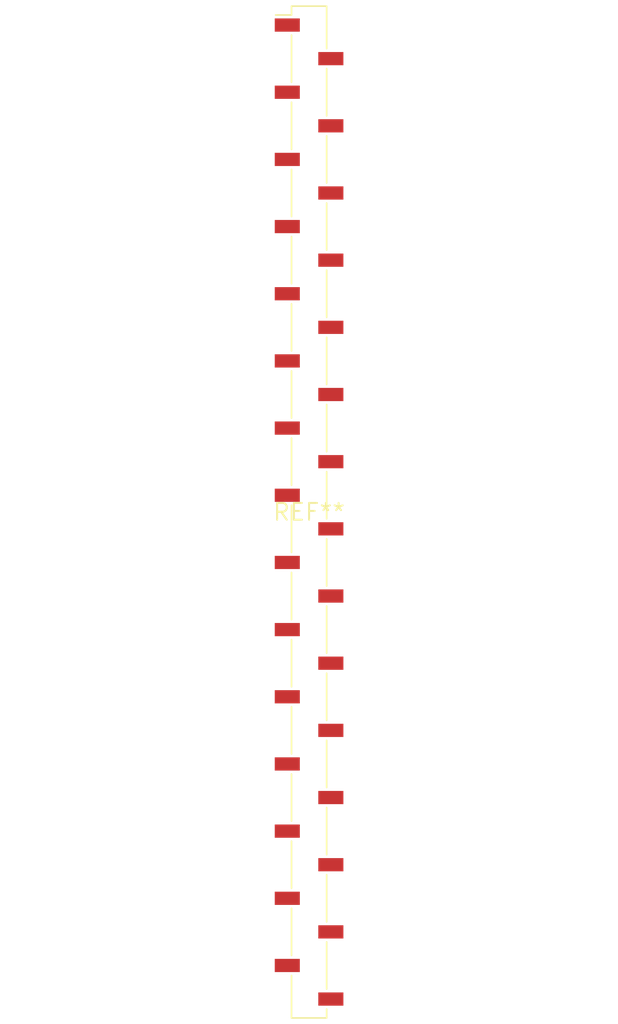
<source format=kicad_pcb>
(kicad_pcb (version 20240108) (generator pcbnew)
  (layers (0 "F.Cu" signal) (31 "B.Cu" signal) (34 "B.Paste" user) (35 "F.Paste" user) (36 "B.SilkS" user "B.Silkscreen") (37 "F.SilkS" user "F.Silkscreen") (38 "B.Mask" user) (39 "F.Mask" user) (44 "Edge.Cuts" user))
  (net 0 "")
  (footprint "PinSocket_1x30_P2.54mm_Vertical_SMD_Pin1Left" (layer "F.Cu") (at 0 0)
    (property "Reference" "REF**")
    (property "Value" "PinSocket_1x30_P2.54mm_Vertical_SMD_Pin1Left")
    (fp_line (start -2.54 -37.59) (end -1.33 -37.59) (layer "F.SilkS") (stroke (width 0.12)))
    (fp_line (start -1.33 -38.26) (end -1.33 -37.59) (layer "F.SilkS") (stroke (width 0.12)))
    (fp_line (start -1.33 -38.26) (end 1.33 -38.26) (layer "F.SilkS") (stroke (width 0.12)))
    (fp_line (start -1.33 -36.07) (end -1.33 -32.51) (layer "F.SilkS") (stroke (width 0.12)))
    (fp_line (start -1.33 -30.99) (end -1.33 -27.43) (layer "F.SilkS") (stroke (width 0.12)))
    (fp_line (start -1.33 -25.91) (end -1.33 -22.35) (layer "F.SilkS") (stroke (width 0.12)))
    (fp_line (start -1.33 -20.83) (end -1.33 -17.27) (layer "F.SilkS") (stroke (width 0.12)))
    (fp_line (start -1.33 -15.75) (end -1.33 -12.19) (layer "F.SilkS") (stroke (width 0.12)))
    (fp_line (start -1.33 -10.67) (end -1.33 -7.11) (layer "F.SilkS") (stroke (width 0.12)))
    (fp_line (start -1.33 -5.59) (end -1.33 -2.03) (layer "F.SilkS") (stroke (width 0.12)))
    (fp_line (start -1.33 -0.51) (end -1.33 3.05) (layer "F.SilkS") (stroke (width 0.12)))
    (fp_line (start -1.33 4.57) (end -1.33 8.13) (layer "F.SilkS") (stroke (width 0.12)))
    (fp_line (start -1.33 9.65) (end -1.33 13.21) (layer "F.SilkS") (stroke (width 0.12)))
    (fp_line (start -1.33 14.73) (end -1.33 18.29) (layer "F.SilkS") (stroke (width 0.12)))
    (fp_line (start -1.33 19.81) (end -1.33 23.37) (layer "F.SilkS") (stroke (width 0.12)))
    (fp_line (start -1.33 24.89) (end -1.33 28.45) (layer "F.SilkS") (stroke (width 0.12)))
    (fp_line (start -1.33 29.97) (end -1.33 33.53) (layer "F.SilkS") (stroke (width 0.12)))
    (fp_line (start -1.33 35.05) (end -1.33 38.26) (layer "F.SilkS") (stroke (width 0.12)))
    (fp_line (start -1.33 38.26) (end 1.33 38.26) (layer "F.SilkS") (stroke (width 0.12)))
    (fp_line (start 1.33 -38.26) (end 1.33 -35.05) (layer "F.SilkS") (stroke (width 0.12)))
    (fp_line (start 1.33 -33.53) (end 1.33 -29.97) (layer "F.SilkS") (stroke (width 0.12)))
    (fp_line (start 1.33 -28.45) (end 1.33 -24.89) (layer "F.SilkS") (stroke (width 0.12)))
    (fp_line (start 1.33 -23.37) (end 1.33 -19.81) (layer "F.SilkS") (stroke (width 0.12)))
    (fp_line (start 1.33 -18.29) (end 1.33 -14.73) (layer "F.SilkS") (stroke (width 0.12)))
    (fp_line (start 1.33 -13.21) (end 1.33 -9.65) (layer "F.SilkS") (stroke (width 0.12)))
    (fp_line (start 1.33 -8.13) (end 1.33 -4.57) (layer "F.SilkS") (stroke (width 0.12)))
    (fp_line (start 1.33 -3.05) (end 1.33 0.51) (layer "F.SilkS") (stroke (width 0.12)))
    (fp_line (start 1.33 2.03) (end 1.33 5.59) (layer "F.SilkS") (stroke (width 0.12)))
    (fp_line (start 1.33 7.11) (end 1.33 10.67) (layer "F.SilkS") (stroke (width 0.12)))
    (fp_line (start 1.33 12.19) (end 1.33 15.75) (layer "F.SilkS") (stroke (width 0.12)))
    (fp_line (start 1.33 17.27) (end 1.33 20.83) (layer "F.SilkS") (stroke (width 0.12)))
    (fp_line (start 1.33 22.35) (end 1.33 25.91) (layer "F.SilkS") (stroke (width 0.12)))
    (fp_line (start 1.33 27.43) (end 1.33 30.99) (layer "F.SilkS") (stroke (width 0.12)))
    (fp_line (start 1.33 32.51) (end 1.33 36.07) (layer "F.SilkS") (stroke (width 0.12)))
    (fp_line (start 1.33 37.59) (end 1.33 38.26) (layer "F.SilkS") (stroke (width 0.12)))
    (pad "1" smd rect (at -1.65 -36.83) (size 1.9 1) (layers "F.Cu" "F.Paste" "F.Mask"))
    (pad "2" smd rect (at 1.65 -34.29) (size 1.9 1) (layers "F.Cu" "F.Paste" "F.Mask"))
    (pad "3" smd rect (at -1.65 -31.75) (size 1.9 1) (layers "F.Cu" "F.Paste" "F.Mask"))
    (pad "4" smd rect (at 1.65 -29.21) (size 1.9 1) (layers "F.Cu" "F.Paste" "F.Mask"))
    (pad "5" smd rect (at -1.65 -26.67) (size 1.9 1) (layers "F.Cu" "F.Paste" "F.Mask"))
    (pad "6" smd rect (at 1.65 -24.13) (size 1.9 1) (layers "F.Cu" "F.Paste" "F.Mask"))
    (pad "7" smd rect (at -1.65 -21.59) (size 1.9 1) (layers "F.Cu" "F.Paste" "F.Mask"))
    (pad "8" smd rect (at 1.65 -19.05) (size 1.9 1) (layers "F.Cu" "F.Paste" "F.Mask"))
    (pad "9" smd rect (at -1.65 -16.51) (size 1.9 1) (layers "F.Cu" "F.Paste" "F.Mask"))
    (pad "10" smd rect (at 1.65 -13.97) (size 1.9 1) (layers "F.Cu" "F.Paste" "F.Mask"))
    (pad "11" smd rect (at -1.65 -11.43) (size 1.9 1) (layers "F.Cu" "F.Paste" "F.Mask"))
    (pad "12" smd rect (at 1.65 -8.89) (size 1.9 1) (layers "F.Cu" "F.Paste" "F.Mask"))
    (pad "13" smd rect (at -1.65 -6.35) (size 1.9 1) (layers "F.Cu" "F.Paste" "F.Mask"))
    (pad "14" smd rect (at 1.65 -3.81) (size 1.9 1) (layers "F.Cu" "F.Paste" "F.Mask"))
    (pad "15" smd rect (at -1.65 -1.27) (size 1.9 1) (layers "F.Cu" "F.Paste" "F.Mask"))
    (pad "16" smd rect (at 1.65 1.27) (size 1.9 1) (layers "F.Cu" "F.Paste" "F.Mask"))
    (pad "17" smd rect (at -1.65 3.81) (size 1.9 1) (layers "F.Cu" "F.Paste" "F.Mask"))
    (pad "18" smd rect (at 1.65 6.35) (size 1.9 1) (layers "F.Cu" "F.Paste" "F.Mask"))
    (pad "19" smd rect (at -1.65 8.89) (size 1.9 1) (layers "F.Cu" "F.Paste" "F.Mask"))
    (pad "20" smd rect (at 1.65 11.43) (size 1.9 1) (layers "F.Cu" "F.Paste" "F.Mask"))
    (pad "21" smd rect (at -1.65 13.97) (size 1.9 1) (layers "F.Cu" "F.Paste" "F.Mask"))
    (pad "22" smd rect (at 1.65 16.51) (size 1.9 1) (layers "F.Cu" "F.Paste" "F.Mask"))
    (pad "23" smd rect (at -1.65 19.05) (size 1.9 1) (layers "F.Cu" "F.Paste" "F.Mask"))
    (pad "24" smd rect (at 1.65 21.59) (size 1.9 1) (layers "F.Cu" "F.Paste" "F.Mask"))
    (pad "25" smd rect (at -1.65 24.13) (size 1.9 1) (layers "F.Cu" "F.Paste" "F.Mask"))
    (pad "26" smd rect (at 1.65 26.67) (size 1.9 1) (layers "F.Cu" "F.Paste" "F.Mask"))
    (pad "27" smd rect (at -1.65 29.21) (size 1.9 1) (layers "F.Cu" "F.Paste" "F.Mask"))
    (pad "28" smd rect (at 1.65 31.75) (size 1.9 1) (layers "F.Cu" "F.Paste" "F.Mask"))
    (pad "29" smd rect (at -1.65 34.29) (size 1.9 1) (layers "F.Cu" "F.Paste" "F.Mask"))
    (pad "30" smd rect (at 1.65 36.83) (size 1.9 1) (layers "F.Cu" "F.Paste" "F.Mask"))
  )
)
</source>
